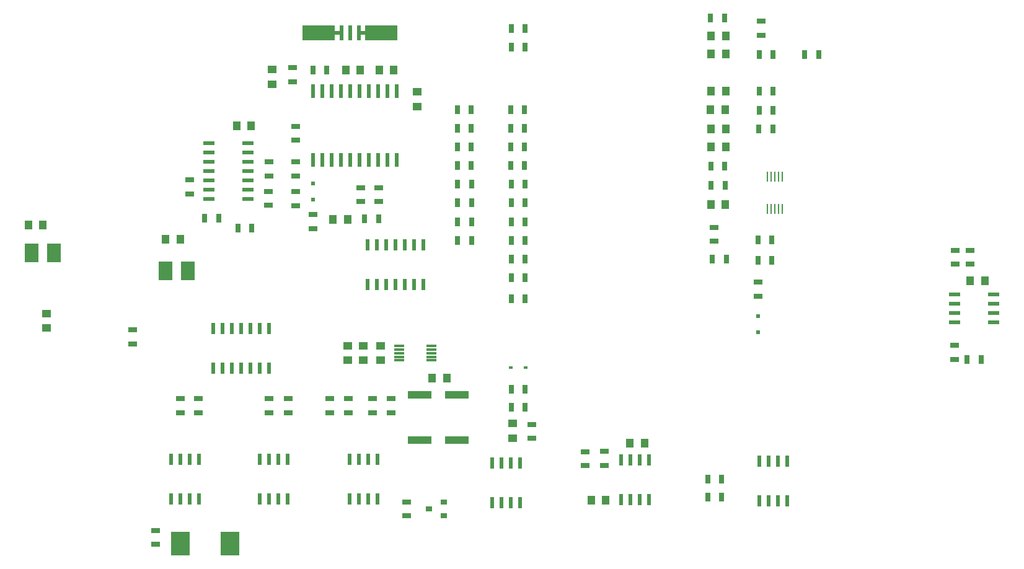
<source format=gtp>
G04 #@! TF.GenerationSoftware,KiCad,Pcbnew,5.1.6-c6e7f7d~86~ubuntu18.04.1*
G04 #@! TF.CreationDate,2020-06-20T16:23:47+10:00*
G04 #@! TF.ProjectId,X3V0_2,58335630-5f32-42e6-9b69-6361645f7063,rev?*
G04 #@! TF.SameCoordinates,Original*
G04 #@! TF.FileFunction,Paste,Top*
G04 #@! TF.FilePolarity,Positive*
%FSLAX46Y46*%
G04 Gerber Fmt 4.6, Leading zero omitted, Abs format (unit mm)*
G04 Created by KiCad (PCBNEW 5.1.6-c6e7f7d~86~ubuntu18.04.1) date 2020-06-20 16:23:47*
%MOMM*%
%LPD*%
G01*
G04 APERTURE LIST*
%ADD10R,0.228600X1.333500*%
%ADD11R,0.700000X1.300000*%
%ADD12R,1.000000X1.250000*%
%ADD13R,0.600000X1.550000*%
%ADD14R,1.300000X0.700000*%
%ADD15R,0.900000X0.800000*%
%ADD16R,1.000000X0.500000*%
%ADD17R,0.500000X2.000000*%
%ADD18R,4.500000X2.000000*%
%ADD19R,1.250000X1.000000*%
%ADD20R,1.500000X0.600000*%
%ADD21R,0.500000X0.500000*%
%ADD22R,0.600000X1.950000*%
%ADD23R,2.500000X3.300000*%
%ADD24R,1.400000X0.300000*%
%ADD25R,3.200000X1.000000*%
%ADD26R,0.600000X1.500000*%
%ADD27R,1.950000X2.500000*%
%ADD28R,0.600000X0.450000*%
%ADD29R,1.550000X0.600000*%
G04 APERTURE END LIST*
D10*
X154069999Y-67563850D03*
X154570001Y-67563850D03*
X155070000Y-67563850D03*
X155569999Y-67563850D03*
X156070001Y-67563850D03*
X156070001Y-71996150D03*
X155569999Y-71996150D03*
X155070000Y-71996150D03*
X154570001Y-71996150D03*
X154069999Y-71996150D03*
D11*
X148260000Y-68770000D03*
X146360000Y-68770000D03*
D12*
X148310000Y-71390000D03*
X146310000Y-71390000D03*
D13*
X137905000Y-111660000D03*
X136635000Y-111660000D03*
X135365000Y-111660000D03*
X134095000Y-111660000D03*
X134095000Y-106260000D03*
X135365000Y-106260000D03*
X136635000Y-106260000D03*
X137905000Y-106260000D03*
D14*
X129180000Y-107010000D03*
X129180000Y-105110000D03*
X131740000Y-106990000D03*
X131740000Y-105090000D03*
X104750000Y-113880000D03*
X104750000Y-111980000D03*
D15*
X107810000Y-112920000D03*
X109810000Y-111970000D03*
X109810000Y-113870000D03*
D12*
X135280000Y-103940000D03*
X137280000Y-103940000D03*
X131950000Y-111760000D03*
X129950000Y-111760000D03*
D16*
X98770000Y-47930000D03*
X95200000Y-47920000D03*
D17*
X98230000Y-47940000D03*
X97030000Y-47940000D03*
X95830000Y-47940000D03*
D18*
X92750000Y-47940000D03*
X101250000Y-47940000D03*
D14*
X89140000Y-54580000D03*
X89140000Y-52680000D03*
D12*
X98440000Y-53000000D03*
X96440000Y-53000000D03*
D19*
X86360000Y-54940000D03*
X86360000Y-52940000D03*
X106170000Y-57960000D03*
X106170000Y-55960000D03*
D11*
X83610000Y-74600000D03*
X81710000Y-74600000D03*
D14*
X121900000Y-101390000D03*
X121900000Y-103290000D03*
D11*
X93855000Y-52980000D03*
X91955000Y-52980000D03*
D20*
X77725000Y-62945000D03*
X77725000Y-64215000D03*
X77725000Y-65485000D03*
X77725000Y-66755000D03*
X77725000Y-68025000D03*
X77725000Y-69295000D03*
X77725000Y-70565000D03*
X83125000Y-70565000D03*
X83125000Y-69295000D03*
X83125000Y-68025000D03*
X83125000Y-66755000D03*
X83125000Y-65485000D03*
X83125000Y-64215000D03*
X83125000Y-62945000D03*
D14*
X75125000Y-69915000D03*
X75125000Y-68015000D03*
D11*
X77165000Y-73200000D03*
X79065000Y-73200000D03*
D12*
X81545000Y-60595000D03*
X83545000Y-60595000D03*
D14*
X89605000Y-71495000D03*
X89605000Y-69595000D03*
X91980000Y-72735000D03*
X91980000Y-74635000D03*
X89605000Y-65535000D03*
X89605000Y-67435000D03*
X89590000Y-60665000D03*
X89590000Y-62565000D03*
X85940000Y-67440000D03*
X85940000Y-65540000D03*
X85905000Y-69545000D03*
X85905000Y-71445000D03*
D21*
X92010000Y-70680000D03*
X92010000Y-68480000D03*
D22*
X103445001Y-65300001D03*
X102175001Y-65300001D03*
X100905001Y-65300001D03*
X99635001Y-65300001D03*
X98365001Y-65300001D03*
X97095001Y-65300001D03*
X95825001Y-65300001D03*
X94555001Y-65300001D03*
X93285001Y-65300001D03*
X92015001Y-65300001D03*
X92015001Y-55900001D03*
X93285001Y-55900001D03*
X94555001Y-55900001D03*
X95825001Y-55900001D03*
X97095001Y-55900001D03*
X98365001Y-55900001D03*
X99635001Y-55900001D03*
X100905001Y-55900001D03*
X102175001Y-55900001D03*
X103445001Y-55900001D03*
D11*
X100920000Y-73330000D03*
X99020000Y-73330000D03*
D12*
X96675000Y-73375000D03*
X94675000Y-73375000D03*
D14*
X98480000Y-69045000D03*
X98480000Y-70945000D03*
X100930000Y-70955000D03*
X100930000Y-69055000D03*
D12*
X101010000Y-52980000D03*
X103010000Y-52980000D03*
D21*
X152760000Y-88810000D03*
X152760000Y-86610000D03*
D23*
X80620000Y-117645000D03*
X73820000Y-117645000D03*
D14*
X152755000Y-81980000D03*
X152755000Y-83880000D03*
D24*
X103750000Y-92650000D03*
X103750000Y-92150000D03*
X103750000Y-91650000D03*
X103750000Y-91150000D03*
X103750000Y-90650000D03*
X108150000Y-90650000D03*
X108150000Y-91150000D03*
X108150000Y-91650000D03*
X108150000Y-92150000D03*
X108150000Y-92650000D03*
D12*
X148370000Y-50800000D03*
X146370000Y-50800000D03*
X71830000Y-76090000D03*
X73830000Y-76090000D03*
D19*
X55535000Y-86235000D03*
X55535000Y-88235000D03*
D12*
X146330000Y-63500000D03*
X148330000Y-63500000D03*
X146365000Y-61010000D03*
X148365000Y-61010000D03*
X146250000Y-58410000D03*
X148250000Y-58410000D03*
X53100000Y-74150000D03*
X55100000Y-74150000D03*
X146330000Y-55840000D03*
X148330000Y-55840000D03*
D19*
X119250000Y-101270000D03*
X119250000Y-103270000D03*
D12*
X146370000Y-48320000D03*
X148370000Y-48320000D03*
X108225000Y-95050000D03*
X110225000Y-95050000D03*
D19*
X101200000Y-92625000D03*
X101200000Y-90625000D03*
X98875000Y-92625000D03*
X98875000Y-90625000D03*
X96675000Y-92625000D03*
X96675000Y-90625000D03*
D12*
X183730000Y-81740000D03*
X181730000Y-81740000D03*
D25*
X111625000Y-103525000D03*
X111625000Y-97325000D03*
X106550000Y-103525000D03*
X106550000Y-97325000D03*
D13*
X120255000Y-112075000D03*
X118985000Y-112075000D03*
X117715000Y-112075000D03*
X116445000Y-112075000D03*
X116445000Y-106675000D03*
X117715000Y-106675000D03*
X118985000Y-106675000D03*
X120255000Y-106675000D03*
X156770000Y-111820000D03*
X155500000Y-111820000D03*
X154230000Y-111820000D03*
X152960000Y-111820000D03*
X152960000Y-106420000D03*
X154230000Y-106420000D03*
X155500000Y-106420000D03*
X156770000Y-106420000D03*
X88505000Y-111600000D03*
X87235000Y-111600000D03*
X85965000Y-111600000D03*
X84695000Y-111600000D03*
X84695000Y-106200000D03*
X85965000Y-106200000D03*
X87235000Y-106200000D03*
X88505000Y-106200000D03*
X100780000Y-111550000D03*
X99510000Y-111550000D03*
X98240000Y-111550000D03*
X96970000Y-111550000D03*
X96970000Y-106150000D03*
X98240000Y-106150000D03*
X99510000Y-106150000D03*
X100780000Y-106150000D03*
X76355000Y-111600000D03*
X75085000Y-111600000D03*
X73815000Y-111600000D03*
X72545000Y-111600000D03*
X72545000Y-106200000D03*
X73815000Y-106200000D03*
X75085000Y-106200000D03*
X76355000Y-106200000D03*
D26*
X78380000Y-93680000D03*
X79650000Y-93680000D03*
X80920000Y-93680000D03*
X82190000Y-93680000D03*
X83460000Y-93680000D03*
X84730000Y-93680000D03*
X86000000Y-93680000D03*
X86000000Y-88280000D03*
X84730000Y-88280000D03*
X83460000Y-88280000D03*
X82190000Y-88280000D03*
X80920000Y-88280000D03*
X79650000Y-88280000D03*
X78380000Y-88280000D03*
X99460000Y-82290000D03*
X100730000Y-82290000D03*
X102000000Y-82290000D03*
X103270000Y-82290000D03*
X104540000Y-82290000D03*
X105810000Y-82290000D03*
X107080000Y-82290000D03*
X107080000Y-76890000D03*
X105810000Y-76890000D03*
X104540000Y-76890000D03*
X103270000Y-76890000D03*
X102000000Y-76890000D03*
X100730000Y-76890000D03*
X99460000Y-76890000D03*
D11*
X120940000Y-81350000D03*
X119040000Y-81350000D03*
D27*
X74915000Y-80390000D03*
X71865000Y-80390000D03*
D11*
X113634000Y-76270000D03*
X111734000Y-76270000D03*
X120940000Y-99030000D03*
X119040000Y-99030000D03*
X119040000Y-96590000D03*
X120940000Y-96590000D03*
D28*
X121055000Y-93665000D03*
X118955000Y-93665000D03*
D29*
X179580000Y-83635000D03*
X179580000Y-84905000D03*
X179580000Y-86175000D03*
X179580000Y-87445000D03*
X184980000Y-87445000D03*
X184980000Y-86175000D03*
X184980000Y-84905000D03*
X184980000Y-83635000D03*
D14*
X100070000Y-97875000D03*
X100070000Y-99775000D03*
D11*
X113634000Y-73730000D03*
X111734000Y-73730000D03*
X111695000Y-58370000D03*
X113595000Y-58370000D03*
X154820000Y-50840000D03*
X152920000Y-50840000D03*
X146270000Y-45890000D03*
X148170000Y-45890000D03*
D14*
X146775000Y-76380000D03*
X146775000Y-74480000D03*
X76350000Y-99800000D03*
X76350000Y-97900000D03*
X73825000Y-97875000D03*
X73825000Y-99775000D03*
X70455000Y-117800000D03*
X70455000Y-115900000D03*
X67350000Y-90375000D03*
X67350000Y-88475000D03*
D27*
X56575000Y-77925000D03*
X53525000Y-77925000D03*
D11*
X113634000Y-68550000D03*
X111734000Y-68550000D03*
X113595000Y-60910000D03*
X111695000Y-60910000D03*
X111734000Y-71090000D03*
X113634000Y-71090000D03*
X120870000Y-66010000D03*
X118970000Y-66010000D03*
X113570000Y-63450000D03*
X111670000Y-63450000D03*
X120870000Y-60910000D03*
X118970000Y-60910000D03*
X118970000Y-58370000D03*
X120870000Y-58370000D03*
X120940000Y-68550000D03*
X119040000Y-68550000D03*
X118970000Y-63450000D03*
X120870000Y-63450000D03*
X152920000Y-55840000D03*
X154820000Y-55840000D03*
X113564000Y-66010000D03*
X111664000Y-66010000D03*
X148420000Y-78840000D03*
X146520000Y-78840000D03*
X119040000Y-49850000D03*
X120940000Y-49850000D03*
X120940000Y-47310000D03*
X119040000Y-47310000D03*
D14*
X153200000Y-48230000D03*
X153200000Y-46330000D03*
D11*
X119040000Y-71090000D03*
X120940000Y-71090000D03*
X119035000Y-84230000D03*
X120935000Y-84230000D03*
X159130000Y-50840000D03*
X161030000Y-50840000D03*
X152920000Y-58480000D03*
X154820000Y-58480000D03*
X152740000Y-76170000D03*
X154640000Y-76170000D03*
X148230000Y-66120000D03*
X146330000Y-66120000D03*
X154640000Y-78950000D03*
X152740000Y-78950000D03*
X119040000Y-73730000D03*
X120940000Y-73730000D03*
X120940000Y-76270000D03*
X119040000Y-76270000D03*
D14*
X181730000Y-77630000D03*
X181730000Y-79530000D03*
D11*
X120940000Y-78810000D03*
X119040000Y-78810000D03*
X181320000Y-92510000D03*
X183220000Y-92510000D03*
D14*
X179680000Y-77630000D03*
X179680000Y-79530000D03*
D11*
X154765000Y-61015000D03*
X152865000Y-61015000D03*
D14*
X102645000Y-97875000D03*
X102645000Y-99775000D03*
D11*
X147768995Y-108840226D03*
X145868995Y-108840226D03*
X145883995Y-111340226D03*
X147783995Y-111340226D03*
D14*
X88550000Y-99775000D03*
X88550000Y-97875000D03*
X94250000Y-97875000D03*
X94250000Y-99775000D03*
X96825000Y-99775000D03*
X96825000Y-97875000D03*
X85950000Y-97875000D03*
X85950000Y-99775000D03*
X179590000Y-90590000D03*
X179590000Y-92490000D03*
M02*

</source>
